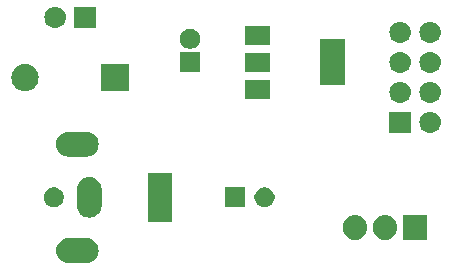
<source format=gts>
G04 #@! TF.GenerationSoftware,KiCad,Pcbnew,5.0.2-bee76a0~70~ubuntu18.04.1*
G04 #@! TF.CreationDate,2019-03-13T17:32:59-07:00*
G04 #@! TF.ProjectId,shellbell,7368656c-6c62-4656-9c6c-2e6b69636164,rev?*
G04 #@! TF.SameCoordinates,Original*
G04 #@! TF.FileFunction,Soldermask,Top*
G04 #@! TF.FilePolarity,Negative*
%FSLAX46Y46*%
G04 Gerber Fmt 4.6, Leading zero omitted, Abs format (unit mm)*
G04 Created by KiCad (PCBNEW 5.0.2-bee76a0~70~ubuntu18.04.1) date Wed 13 Mar 2019 05:32:59 PM PDT*
%MOMM*%
%LPD*%
G01*
G04 APERTURE LIST*
%ADD10C,0.100000*%
G04 APERTURE END LIST*
D10*
G36*
X144962510Y-88542041D02*
X145086032Y-88554207D01*
X145284146Y-88614305D01*
X145466729Y-88711897D01*
X145626765Y-88843235D01*
X145758103Y-89003271D01*
X145855695Y-89185854D01*
X145915793Y-89383968D01*
X145936085Y-89590000D01*
X145915793Y-89796032D01*
X145855695Y-89994146D01*
X145758103Y-90176729D01*
X145626765Y-90336765D01*
X145466729Y-90468103D01*
X145284146Y-90565695D01*
X145086032Y-90625793D01*
X144962510Y-90637959D01*
X144931631Y-90641000D01*
X143328369Y-90641000D01*
X143297490Y-90637959D01*
X143173968Y-90625793D01*
X142975854Y-90565695D01*
X142793271Y-90468103D01*
X142633235Y-90336765D01*
X142501897Y-90176729D01*
X142404305Y-89994146D01*
X142344207Y-89796032D01*
X142323915Y-89590000D01*
X142344207Y-89383968D01*
X142404305Y-89185854D01*
X142501897Y-89003271D01*
X142633235Y-88843235D01*
X142793271Y-88711897D01*
X142975854Y-88614305D01*
X143173968Y-88554207D01*
X143297490Y-88542041D01*
X143328369Y-88539000D01*
X144931631Y-88539000D01*
X144962510Y-88542041D01*
X144962510Y-88542041D01*
G37*
G36*
X167836720Y-86593520D02*
X168025881Y-86650901D01*
X168200212Y-86744083D01*
X168353015Y-86869485D01*
X168478417Y-87022288D01*
X168571599Y-87196620D01*
X168628980Y-87385781D01*
X168643500Y-87533207D01*
X168643500Y-87726794D01*
X168628980Y-87874220D01*
X168571599Y-88063381D01*
X168478417Y-88237712D01*
X168353015Y-88390515D01*
X168200212Y-88515917D01*
X168025880Y-88609099D01*
X167836719Y-88666480D01*
X167640000Y-88685855D01*
X167443280Y-88666480D01*
X167254119Y-88609099D01*
X167079788Y-88515917D01*
X166926985Y-88390515D01*
X166801583Y-88237712D01*
X166708401Y-88063380D01*
X166651020Y-87874219D01*
X166636500Y-87726793D01*
X166636500Y-87533206D01*
X166651020Y-87385780D01*
X166708401Y-87196619D01*
X166801583Y-87022288D01*
X166926985Y-86869485D01*
X167079788Y-86744083D01*
X167254120Y-86650901D01*
X167443281Y-86593520D01*
X167640000Y-86574145D01*
X167836720Y-86593520D01*
X167836720Y-86593520D01*
G37*
G36*
X170376720Y-86593520D02*
X170565881Y-86650901D01*
X170740212Y-86744083D01*
X170893015Y-86869485D01*
X171018417Y-87022288D01*
X171111599Y-87196620D01*
X171168980Y-87385781D01*
X171183500Y-87533207D01*
X171183500Y-87726794D01*
X171168980Y-87874220D01*
X171111599Y-88063381D01*
X171018417Y-88237712D01*
X170893015Y-88390515D01*
X170740212Y-88515917D01*
X170565880Y-88609099D01*
X170376719Y-88666480D01*
X170180000Y-88685855D01*
X169983280Y-88666480D01*
X169794119Y-88609099D01*
X169619788Y-88515917D01*
X169466985Y-88390515D01*
X169341583Y-88237712D01*
X169248401Y-88063380D01*
X169191020Y-87874219D01*
X169176500Y-87726793D01*
X169176500Y-87533206D01*
X169191020Y-87385780D01*
X169248401Y-87196619D01*
X169341583Y-87022288D01*
X169466985Y-86869485D01*
X169619788Y-86744083D01*
X169794120Y-86650901D01*
X169983281Y-86593520D01*
X170180000Y-86574145D01*
X170376720Y-86593520D01*
X170376720Y-86593520D01*
G37*
G36*
X173723500Y-88681000D02*
X171716500Y-88681000D01*
X171716500Y-86579000D01*
X173723500Y-86579000D01*
X173723500Y-88681000D01*
X173723500Y-88681000D01*
G37*
G36*
X152181000Y-87141000D02*
X150079000Y-87141000D01*
X150079000Y-83039000D01*
X152181000Y-83039000D01*
X152181000Y-87141000D01*
X152181000Y-87141000D01*
G37*
G36*
X145336032Y-83404207D02*
X145534146Y-83464305D01*
X145716729Y-83561897D01*
X145876765Y-83693235D01*
X146008103Y-83853271D01*
X146105695Y-84035854D01*
X146165793Y-84233968D01*
X146181000Y-84388370D01*
X146181000Y-85791630D01*
X146165793Y-85946032D01*
X146105695Y-86144146D01*
X146008103Y-86326729D01*
X146008101Y-86326731D01*
X145876768Y-86486762D01*
X145876766Y-86486763D01*
X145876765Y-86486765D01*
X145716729Y-86618103D01*
X145534145Y-86715695D01*
X145336031Y-86775793D01*
X145130000Y-86796085D01*
X144923968Y-86775793D01*
X144725854Y-86715695D01*
X144543271Y-86618103D01*
X144479257Y-86565568D01*
X144383238Y-86486768D01*
X144383237Y-86486766D01*
X144383235Y-86486765D01*
X144251897Y-86326729D01*
X144154305Y-86144145D01*
X144094207Y-85946031D01*
X144079000Y-85791629D01*
X144079000Y-84388369D01*
X144094207Y-84233972D01*
X144154306Y-84035852D01*
X144251899Y-83853269D01*
X144383236Y-83693235D01*
X144543270Y-83561899D01*
X144543272Y-83561897D01*
X144725855Y-83464305D01*
X144923969Y-83404207D01*
X145130000Y-83383915D01*
X145336032Y-83404207D01*
X145336032Y-83404207D01*
G37*
G36*
X142378228Y-84271703D02*
X142533100Y-84335853D01*
X142672481Y-84428985D01*
X142791015Y-84547519D01*
X142884147Y-84686900D01*
X142948297Y-84841772D01*
X142981000Y-85006184D01*
X142981000Y-85173816D01*
X142948297Y-85338228D01*
X142884147Y-85493100D01*
X142791015Y-85632481D01*
X142672481Y-85751015D01*
X142533100Y-85844147D01*
X142378228Y-85908297D01*
X142213816Y-85941000D01*
X142046184Y-85941000D01*
X141881772Y-85908297D01*
X141726900Y-85844147D01*
X141587519Y-85751015D01*
X141468985Y-85632481D01*
X141375853Y-85493100D01*
X141311703Y-85338228D01*
X141279000Y-85173816D01*
X141279000Y-85006184D01*
X141311703Y-84841772D01*
X141375853Y-84686900D01*
X141468985Y-84547519D01*
X141587519Y-84428985D01*
X141726900Y-84335853D01*
X141881772Y-84271703D01*
X142046184Y-84239000D01*
X142213816Y-84239000D01*
X142378228Y-84271703D01*
X142378228Y-84271703D01*
G37*
G36*
X158331000Y-85941000D02*
X156629000Y-85941000D01*
X156629000Y-84239000D01*
X158331000Y-84239000D01*
X158331000Y-85941000D01*
X158331000Y-85941000D01*
G37*
G36*
X160228228Y-84271703D02*
X160383100Y-84335853D01*
X160522481Y-84428985D01*
X160641015Y-84547519D01*
X160734147Y-84686900D01*
X160798297Y-84841772D01*
X160831000Y-85006184D01*
X160831000Y-85173816D01*
X160798297Y-85338228D01*
X160734147Y-85493100D01*
X160641015Y-85632481D01*
X160522481Y-85751015D01*
X160383100Y-85844147D01*
X160228228Y-85908297D01*
X160063816Y-85941000D01*
X159896184Y-85941000D01*
X159731772Y-85908297D01*
X159576900Y-85844147D01*
X159437519Y-85751015D01*
X159318985Y-85632481D01*
X159225853Y-85493100D01*
X159161703Y-85338228D01*
X159129000Y-85173816D01*
X159129000Y-85006184D01*
X159161703Y-84841772D01*
X159225853Y-84686900D01*
X159318985Y-84547519D01*
X159437519Y-84428985D01*
X159576900Y-84335853D01*
X159731772Y-84271703D01*
X159896184Y-84239000D01*
X160063816Y-84239000D01*
X160228228Y-84271703D01*
X160228228Y-84271703D01*
G37*
G36*
X144962510Y-79542041D02*
X145086032Y-79554207D01*
X145284146Y-79614305D01*
X145466729Y-79711897D01*
X145626765Y-79843235D01*
X145758103Y-80003271D01*
X145855695Y-80185854D01*
X145915793Y-80383968D01*
X145936085Y-80590000D01*
X145915793Y-80796032D01*
X145855695Y-80994146D01*
X145758103Y-81176729D01*
X145626765Y-81336765D01*
X145466729Y-81468103D01*
X145284146Y-81565695D01*
X145086032Y-81625793D01*
X144962510Y-81637959D01*
X144931631Y-81641000D01*
X143328369Y-81641000D01*
X143297490Y-81637959D01*
X143173968Y-81625793D01*
X142975854Y-81565695D01*
X142793271Y-81468103D01*
X142633235Y-81336765D01*
X142501897Y-81176729D01*
X142404305Y-80994146D01*
X142344207Y-80796032D01*
X142323915Y-80590000D01*
X142344207Y-80383968D01*
X142404305Y-80185854D01*
X142501897Y-80003271D01*
X142633235Y-79843235D01*
X142793271Y-79711897D01*
X142975854Y-79614305D01*
X143173968Y-79554207D01*
X143297490Y-79542041D01*
X143328369Y-79539000D01*
X144931631Y-79539000D01*
X144962510Y-79542041D01*
X144962510Y-79542041D01*
G37*
G36*
X174100443Y-77845519D02*
X174166627Y-77852037D01*
X174279853Y-77886384D01*
X174336467Y-77903557D01*
X174475087Y-77977652D01*
X174492991Y-77987222D01*
X174528729Y-78016552D01*
X174630186Y-78099814D01*
X174713448Y-78201271D01*
X174742778Y-78237009D01*
X174742779Y-78237011D01*
X174826443Y-78393533D01*
X174826443Y-78393534D01*
X174877963Y-78563373D01*
X174895359Y-78740000D01*
X174877963Y-78916627D01*
X174843616Y-79029853D01*
X174826443Y-79086467D01*
X174752348Y-79225087D01*
X174742778Y-79242991D01*
X174713448Y-79278729D01*
X174630186Y-79380186D01*
X174528729Y-79463448D01*
X174492991Y-79492778D01*
X174492989Y-79492779D01*
X174336467Y-79576443D01*
X174279853Y-79593616D01*
X174166627Y-79627963D01*
X174100442Y-79634482D01*
X174034260Y-79641000D01*
X173945740Y-79641000D01*
X173879558Y-79634482D01*
X173813373Y-79627963D01*
X173700147Y-79593616D01*
X173643533Y-79576443D01*
X173487011Y-79492779D01*
X173487009Y-79492778D01*
X173451271Y-79463448D01*
X173349814Y-79380186D01*
X173266552Y-79278729D01*
X173237222Y-79242991D01*
X173227652Y-79225087D01*
X173153557Y-79086467D01*
X173136384Y-79029853D01*
X173102037Y-78916627D01*
X173084641Y-78740000D01*
X173102037Y-78563373D01*
X173153557Y-78393534D01*
X173153557Y-78393533D01*
X173237221Y-78237011D01*
X173237222Y-78237009D01*
X173266552Y-78201271D01*
X173349814Y-78099814D01*
X173451271Y-78016552D01*
X173487009Y-77987222D01*
X173504913Y-77977652D01*
X173643533Y-77903557D01*
X173700147Y-77886384D01*
X173813373Y-77852037D01*
X173879557Y-77845519D01*
X173945740Y-77839000D01*
X174034260Y-77839000D01*
X174100443Y-77845519D01*
X174100443Y-77845519D01*
G37*
G36*
X172351000Y-79641000D02*
X170549000Y-79641000D01*
X170549000Y-77839000D01*
X172351000Y-77839000D01*
X172351000Y-79641000D01*
X172351000Y-79641000D01*
G37*
G36*
X174100442Y-75305518D02*
X174166627Y-75312037D01*
X174279853Y-75346384D01*
X174336467Y-75363557D01*
X174475087Y-75437652D01*
X174492991Y-75447222D01*
X174528729Y-75476552D01*
X174630186Y-75559814D01*
X174713448Y-75661271D01*
X174742778Y-75697009D01*
X174742779Y-75697011D01*
X174826443Y-75853533D01*
X174826443Y-75853534D01*
X174877963Y-76023373D01*
X174895359Y-76200000D01*
X174877963Y-76376627D01*
X174843616Y-76489853D01*
X174826443Y-76546467D01*
X174752348Y-76685087D01*
X174742778Y-76702991D01*
X174713448Y-76738729D01*
X174630186Y-76840186D01*
X174528729Y-76923448D01*
X174492991Y-76952778D01*
X174492989Y-76952779D01*
X174336467Y-77036443D01*
X174279853Y-77053616D01*
X174166627Y-77087963D01*
X174100442Y-77094482D01*
X174034260Y-77101000D01*
X173945740Y-77101000D01*
X173879558Y-77094482D01*
X173813373Y-77087963D01*
X173700147Y-77053616D01*
X173643533Y-77036443D01*
X173487011Y-76952779D01*
X173487009Y-76952778D01*
X173451271Y-76923448D01*
X173349814Y-76840186D01*
X173266552Y-76738729D01*
X173237222Y-76702991D01*
X173227652Y-76685087D01*
X173153557Y-76546467D01*
X173136384Y-76489853D01*
X173102037Y-76376627D01*
X173084641Y-76200000D01*
X173102037Y-76023373D01*
X173153557Y-75853534D01*
X173153557Y-75853533D01*
X173237221Y-75697011D01*
X173237222Y-75697009D01*
X173266552Y-75661271D01*
X173349814Y-75559814D01*
X173451271Y-75476552D01*
X173487009Y-75447222D01*
X173504913Y-75437652D01*
X173643533Y-75363557D01*
X173700147Y-75346384D01*
X173813373Y-75312037D01*
X173879558Y-75305518D01*
X173945740Y-75299000D01*
X174034260Y-75299000D01*
X174100442Y-75305518D01*
X174100442Y-75305518D01*
G37*
G36*
X171560442Y-75305518D02*
X171626627Y-75312037D01*
X171739853Y-75346384D01*
X171796467Y-75363557D01*
X171935087Y-75437652D01*
X171952991Y-75447222D01*
X171988729Y-75476552D01*
X172090186Y-75559814D01*
X172173448Y-75661271D01*
X172202778Y-75697009D01*
X172202779Y-75697011D01*
X172286443Y-75853533D01*
X172286443Y-75853534D01*
X172337963Y-76023373D01*
X172355359Y-76200000D01*
X172337963Y-76376627D01*
X172303616Y-76489853D01*
X172286443Y-76546467D01*
X172212348Y-76685087D01*
X172202778Y-76702991D01*
X172173448Y-76738729D01*
X172090186Y-76840186D01*
X171988729Y-76923448D01*
X171952991Y-76952778D01*
X171952989Y-76952779D01*
X171796467Y-77036443D01*
X171739853Y-77053616D01*
X171626627Y-77087963D01*
X171560442Y-77094482D01*
X171494260Y-77101000D01*
X171405740Y-77101000D01*
X171339558Y-77094482D01*
X171273373Y-77087963D01*
X171160147Y-77053616D01*
X171103533Y-77036443D01*
X170947011Y-76952779D01*
X170947009Y-76952778D01*
X170911271Y-76923448D01*
X170809814Y-76840186D01*
X170726552Y-76738729D01*
X170697222Y-76702991D01*
X170687652Y-76685087D01*
X170613557Y-76546467D01*
X170596384Y-76489853D01*
X170562037Y-76376627D01*
X170544641Y-76200000D01*
X170562037Y-76023373D01*
X170613557Y-75853534D01*
X170613557Y-75853533D01*
X170697221Y-75697011D01*
X170697222Y-75697009D01*
X170726552Y-75661271D01*
X170809814Y-75559814D01*
X170911271Y-75476552D01*
X170947009Y-75447222D01*
X170964913Y-75437652D01*
X171103533Y-75363557D01*
X171160147Y-75346384D01*
X171273373Y-75312037D01*
X171339558Y-75305518D01*
X171405740Y-75299000D01*
X171494260Y-75299000D01*
X171560442Y-75305518D01*
X171560442Y-75305518D01*
G37*
G36*
X160461000Y-76761000D02*
X158359000Y-76761000D01*
X158359000Y-75159000D01*
X160461000Y-75159000D01*
X160461000Y-76761000D01*
X160461000Y-76761000D01*
G37*
G36*
X139824180Y-73785662D02*
X139925635Y-73795654D01*
X140142600Y-73861470D01*
X140142602Y-73861471D01*
X140142605Y-73861472D01*
X140342556Y-73968347D01*
X140517818Y-74112182D01*
X140661653Y-74287444D01*
X140768528Y-74487395D01*
X140768529Y-74487398D01*
X140768530Y-74487400D01*
X140834346Y-74704365D01*
X140856569Y-74930000D01*
X140834346Y-75155635D01*
X140771273Y-75363557D01*
X140768528Y-75372605D01*
X140661653Y-75572556D01*
X140517818Y-75747818D01*
X140342556Y-75891653D01*
X140142605Y-75998528D01*
X140142602Y-75998529D01*
X140142600Y-75998530D01*
X139925635Y-76064346D01*
X139824180Y-76074338D01*
X139756545Y-76081000D01*
X139643455Y-76081000D01*
X139575820Y-76074338D01*
X139474365Y-76064346D01*
X139257400Y-75998530D01*
X139257398Y-75998529D01*
X139257395Y-75998528D01*
X139057444Y-75891653D01*
X138882182Y-75747818D01*
X138738347Y-75572556D01*
X138631472Y-75372605D01*
X138628727Y-75363557D01*
X138565654Y-75155635D01*
X138543431Y-74930000D01*
X138565654Y-74704365D01*
X138631470Y-74487400D01*
X138631471Y-74487398D01*
X138631472Y-74487395D01*
X138738347Y-74287444D01*
X138882182Y-74112182D01*
X139057444Y-73968347D01*
X139257395Y-73861472D01*
X139257398Y-73861471D01*
X139257400Y-73861470D01*
X139474365Y-73795654D01*
X139575820Y-73785662D01*
X139643455Y-73779000D01*
X139756545Y-73779000D01*
X139824180Y-73785662D01*
X139824180Y-73785662D01*
G37*
G36*
X148471000Y-76081000D02*
X146169000Y-76081000D01*
X146169000Y-73779000D01*
X148471000Y-73779000D01*
X148471000Y-76081000D01*
X148471000Y-76081000D01*
G37*
G36*
X166761000Y-75611000D02*
X164659000Y-75611000D01*
X164659000Y-71709000D01*
X166761000Y-71709000D01*
X166761000Y-75611000D01*
X166761000Y-75611000D01*
G37*
G36*
X174100442Y-72765518D02*
X174166627Y-72772037D01*
X174279853Y-72806384D01*
X174336467Y-72823557D01*
X174402775Y-72859000D01*
X174492991Y-72907222D01*
X174528729Y-72936552D01*
X174630186Y-73019814D01*
X174713448Y-73121271D01*
X174742778Y-73157009D01*
X174742779Y-73157011D01*
X174826443Y-73313533D01*
X174826443Y-73313534D01*
X174877963Y-73483373D01*
X174895359Y-73660000D01*
X174877963Y-73836627D01*
X174870426Y-73861472D01*
X174826443Y-74006467D01*
X174769936Y-74112182D01*
X174742778Y-74162991D01*
X174713448Y-74198729D01*
X174630186Y-74300186D01*
X174528729Y-74383448D01*
X174492991Y-74412778D01*
X174492989Y-74412779D01*
X174336467Y-74496443D01*
X174288478Y-74511000D01*
X174166627Y-74547963D01*
X174100442Y-74554482D01*
X174034260Y-74561000D01*
X173945740Y-74561000D01*
X173879558Y-74554482D01*
X173813373Y-74547963D01*
X173691522Y-74511000D01*
X173643533Y-74496443D01*
X173487011Y-74412779D01*
X173487009Y-74412778D01*
X173451271Y-74383448D01*
X173349814Y-74300186D01*
X173266552Y-74198729D01*
X173237222Y-74162991D01*
X173210064Y-74112182D01*
X173153557Y-74006467D01*
X173109574Y-73861472D01*
X173102037Y-73836627D01*
X173084641Y-73660000D01*
X173102037Y-73483373D01*
X173153557Y-73313534D01*
X173153557Y-73313533D01*
X173237221Y-73157011D01*
X173237222Y-73157009D01*
X173266552Y-73121271D01*
X173349814Y-73019814D01*
X173451271Y-72936552D01*
X173487009Y-72907222D01*
X173577225Y-72859000D01*
X173643533Y-72823557D01*
X173700147Y-72806384D01*
X173813373Y-72772037D01*
X173879558Y-72765518D01*
X173945740Y-72759000D01*
X174034260Y-72759000D01*
X174100442Y-72765518D01*
X174100442Y-72765518D01*
G37*
G36*
X171560442Y-72765518D02*
X171626627Y-72772037D01*
X171739853Y-72806384D01*
X171796467Y-72823557D01*
X171862775Y-72859000D01*
X171952991Y-72907222D01*
X171988729Y-72936552D01*
X172090186Y-73019814D01*
X172173448Y-73121271D01*
X172202778Y-73157009D01*
X172202779Y-73157011D01*
X172286443Y-73313533D01*
X172286443Y-73313534D01*
X172337963Y-73483373D01*
X172355359Y-73660000D01*
X172337963Y-73836627D01*
X172330426Y-73861472D01*
X172286443Y-74006467D01*
X172229936Y-74112182D01*
X172202778Y-74162991D01*
X172173448Y-74198729D01*
X172090186Y-74300186D01*
X171988729Y-74383448D01*
X171952991Y-74412778D01*
X171952989Y-74412779D01*
X171796467Y-74496443D01*
X171748478Y-74511000D01*
X171626627Y-74547963D01*
X171560442Y-74554482D01*
X171494260Y-74561000D01*
X171405740Y-74561000D01*
X171339558Y-74554482D01*
X171273373Y-74547963D01*
X171151522Y-74511000D01*
X171103533Y-74496443D01*
X170947011Y-74412779D01*
X170947009Y-74412778D01*
X170911271Y-74383448D01*
X170809814Y-74300186D01*
X170726552Y-74198729D01*
X170697222Y-74162991D01*
X170670064Y-74112182D01*
X170613557Y-74006467D01*
X170569574Y-73861472D01*
X170562037Y-73836627D01*
X170544641Y-73660000D01*
X170562037Y-73483373D01*
X170613557Y-73313534D01*
X170613557Y-73313533D01*
X170697221Y-73157011D01*
X170697222Y-73157009D01*
X170726552Y-73121271D01*
X170809814Y-73019814D01*
X170911271Y-72936552D01*
X170947009Y-72907222D01*
X171037225Y-72859000D01*
X171103533Y-72823557D01*
X171160147Y-72806384D01*
X171273373Y-72772037D01*
X171339558Y-72765518D01*
X171405740Y-72759000D01*
X171494260Y-72759000D01*
X171560442Y-72765518D01*
X171560442Y-72765518D01*
G37*
G36*
X154521000Y-74511000D02*
X152819000Y-74511000D01*
X152819000Y-72809000D01*
X154521000Y-72809000D01*
X154521000Y-74511000D01*
X154521000Y-74511000D01*
G37*
G36*
X160461000Y-74461000D02*
X158359000Y-74461000D01*
X158359000Y-72859000D01*
X160461000Y-72859000D01*
X160461000Y-74461000D01*
X160461000Y-74461000D01*
G37*
G36*
X153918228Y-70841703D02*
X154073100Y-70905853D01*
X154212481Y-70998985D01*
X154331015Y-71117519D01*
X154424147Y-71256900D01*
X154488297Y-71411772D01*
X154521000Y-71576184D01*
X154521000Y-71743816D01*
X154488297Y-71908228D01*
X154424147Y-72063100D01*
X154331015Y-72202481D01*
X154212481Y-72321015D01*
X154073100Y-72414147D01*
X153918228Y-72478297D01*
X153753816Y-72511000D01*
X153586184Y-72511000D01*
X153421772Y-72478297D01*
X153266900Y-72414147D01*
X153127519Y-72321015D01*
X153008985Y-72202481D01*
X152915853Y-72063100D01*
X152851703Y-71908228D01*
X152819000Y-71743816D01*
X152819000Y-71576184D01*
X152851703Y-71411772D01*
X152915853Y-71256900D01*
X153008985Y-71117519D01*
X153127519Y-70998985D01*
X153266900Y-70905853D01*
X153421772Y-70841703D01*
X153586184Y-70809000D01*
X153753816Y-70809000D01*
X153918228Y-70841703D01*
X153918228Y-70841703D01*
G37*
G36*
X160461000Y-72161000D02*
X158359000Y-72161000D01*
X158359000Y-70559000D01*
X160461000Y-70559000D01*
X160461000Y-72161000D01*
X160461000Y-72161000D01*
G37*
G36*
X174100442Y-70225518D02*
X174166627Y-70232037D01*
X174279853Y-70266384D01*
X174336467Y-70283557D01*
X174466363Y-70352989D01*
X174492991Y-70367222D01*
X174528729Y-70396552D01*
X174630186Y-70479814D01*
X174695171Y-70559000D01*
X174742778Y-70617009D01*
X174742779Y-70617011D01*
X174826443Y-70773533D01*
X174843616Y-70830147D01*
X174877963Y-70943373D01*
X174895359Y-71120000D01*
X174877963Y-71296627D01*
X174843616Y-71409853D01*
X174826443Y-71466467D01*
X174767797Y-71576184D01*
X174742778Y-71622991D01*
X174713448Y-71658729D01*
X174630186Y-71760186D01*
X174528729Y-71843448D01*
X174492991Y-71872778D01*
X174492989Y-71872779D01*
X174336467Y-71956443D01*
X174279853Y-71973616D01*
X174166627Y-72007963D01*
X174100443Y-72014481D01*
X174034260Y-72021000D01*
X173945740Y-72021000D01*
X173879557Y-72014481D01*
X173813373Y-72007963D01*
X173700147Y-71973616D01*
X173643533Y-71956443D01*
X173487011Y-71872779D01*
X173487009Y-71872778D01*
X173451271Y-71843448D01*
X173349814Y-71760186D01*
X173266552Y-71658729D01*
X173237222Y-71622991D01*
X173212203Y-71576184D01*
X173153557Y-71466467D01*
X173136384Y-71409853D01*
X173102037Y-71296627D01*
X173084641Y-71120000D01*
X173102037Y-70943373D01*
X173136384Y-70830147D01*
X173153557Y-70773533D01*
X173237221Y-70617011D01*
X173237222Y-70617009D01*
X173284829Y-70559000D01*
X173349814Y-70479814D01*
X173451271Y-70396552D01*
X173487009Y-70367222D01*
X173513637Y-70352989D01*
X173643533Y-70283557D01*
X173700147Y-70266384D01*
X173813373Y-70232037D01*
X173879558Y-70225518D01*
X173945740Y-70219000D01*
X174034260Y-70219000D01*
X174100442Y-70225518D01*
X174100442Y-70225518D01*
G37*
G36*
X171560442Y-70225518D02*
X171626627Y-70232037D01*
X171739853Y-70266384D01*
X171796467Y-70283557D01*
X171926363Y-70352989D01*
X171952991Y-70367222D01*
X171988729Y-70396552D01*
X172090186Y-70479814D01*
X172155171Y-70559000D01*
X172202778Y-70617009D01*
X172202779Y-70617011D01*
X172286443Y-70773533D01*
X172303616Y-70830147D01*
X172337963Y-70943373D01*
X172355359Y-71120000D01*
X172337963Y-71296627D01*
X172303616Y-71409853D01*
X172286443Y-71466467D01*
X172227797Y-71576184D01*
X172202778Y-71622991D01*
X172173448Y-71658729D01*
X172090186Y-71760186D01*
X171988729Y-71843448D01*
X171952991Y-71872778D01*
X171952989Y-71872779D01*
X171796467Y-71956443D01*
X171739853Y-71973616D01*
X171626627Y-72007963D01*
X171560443Y-72014481D01*
X171494260Y-72021000D01*
X171405740Y-72021000D01*
X171339557Y-72014481D01*
X171273373Y-72007963D01*
X171160147Y-71973616D01*
X171103533Y-71956443D01*
X170947011Y-71872779D01*
X170947009Y-71872778D01*
X170911271Y-71843448D01*
X170809814Y-71760186D01*
X170726552Y-71658729D01*
X170697222Y-71622991D01*
X170672203Y-71576184D01*
X170613557Y-71466467D01*
X170596384Y-71409853D01*
X170562037Y-71296627D01*
X170544641Y-71120000D01*
X170562037Y-70943373D01*
X170596384Y-70830147D01*
X170613557Y-70773533D01*
X170697221Y-70617011D01*
X170697222Y-70617009D01*
X170744829Y-70559000D01*
X170809814Y-70479814D01*
X170911271Y-70396552D01*
X170947009Y-70367222D01*
X170973637Y-70352989D01*
X171103533Y-70283557D01*
X171160147Y-70266384D01*
X171273373Y-70232037D01*
X171339558Y-70225518D01*
X171405740Y-70219000D01*
X171494260Y-70219000D01*
X171560442Y-70225518D01*
X171560442Y-70225518D01*
G37*
G36*
X142350443Y-68955519D02*
X142416627Y-68962037D01*
X142529853Y-68996384D01*
X142586467Y-69013557D01*
X142725087Y-69087652D01*
X142742991Y-69097222D01*
X142778729Y-69126552D01*
X142880186Y-69209814D01*
X142963448Y-69311271D01*
X142992778Y-69347009D01*
X142992779Y-69347011D01*
X143076443Y-69503533D01*
X143076443Y-69503534D01*
X143127963Y-69673373D01*
X143145359Y-69850000D01*
X143127963Y-70026627D01*
X143093616Y-70139853D01*
X143076443Y-70196467D01*
X143057430Y-70232037D01*
X142992778Y-70352991D01*
X142963448Y-70388729D01*
X142880186Y-70490186D01*
X142778729Y-70573448D01*
X142742991Y-70602778D01*
X142742989Y-70602779D01*
X142586467Y-70686443D01*
X142529853Y-70703616D01*
X142416627Y-70737963D01*
X142350443Y-70744481D01*
X142284260Y-70751000D01*
X142195740Y-70751000D01*
X142129557Y-70744481D01*
X142063373Y-70737963D01*
X141950147Y-70703616D01*
X141893533Y-70686443D01*
X141737011Y-70602779D01*
X141737009Y-70602778D01*
X141701271Y-70573448D01*
X141599814Y-70490186D01*
X141516552Y-70388729D01*
X141487222Y-70352991D01*
X141422570Y-70232037D01*
X141403557Y-70196467D01*
X141386384Y-70139853D01*
X141352037Y-70026627D01*
X141334641Y-69850000D01*
X141352037Y-69673373D01*
X141403557Y-69503534D01*
X141403557Y-69503533D01*
X141487221Y-69347011D01*
X141487222Y-69347009D01*
X141516552Y-69311271D01*
X141599814Y-69209814D01*
X141701271Y-69126552D01*
X141737009Y-69097222D01*
X141754913Y-69087652D01*
X141893533Y-69013557D01*
X141950147Y-68996384D01*
X142063373Y-68962037D01*
X142129557Y-68955519D01*
X142195740Y-68949000D01*
X142284260Y-68949000D01*
X142350443Y-68955519D01*
X142350443Y-68955519D01*
G37*
G36*
X145681000Y-70751000D02*
X143879000Y-70751000D01*
X143879000Y-68949000D01*
X145681000Y-68949000D01*
X145681000Y-70751000D01*
X145681000Y-70751000D01*
G37*
M02*

</source>
